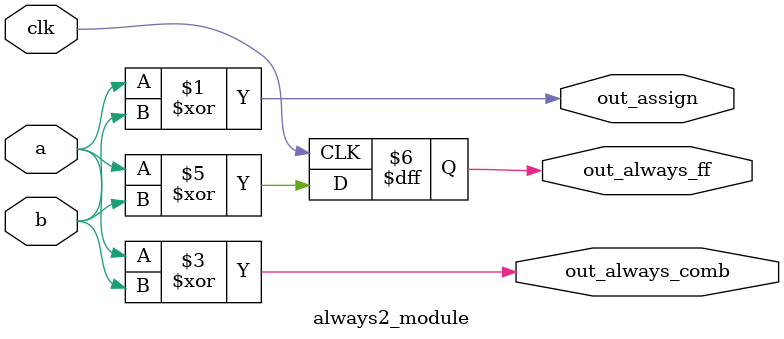
<source format=v>
module always2_module(
   input clk,
   input a,
   input b,
   output wire out_assign,
   output reg out_always_comb,
   output reg out_always_ff   
);
	assign out_assign = a ^ b;
   always @(*) out_always_comb = a ^ b;
   always @(posedge clk)
		out_always_ff <= a ^ b;
endmodule 
</source>
